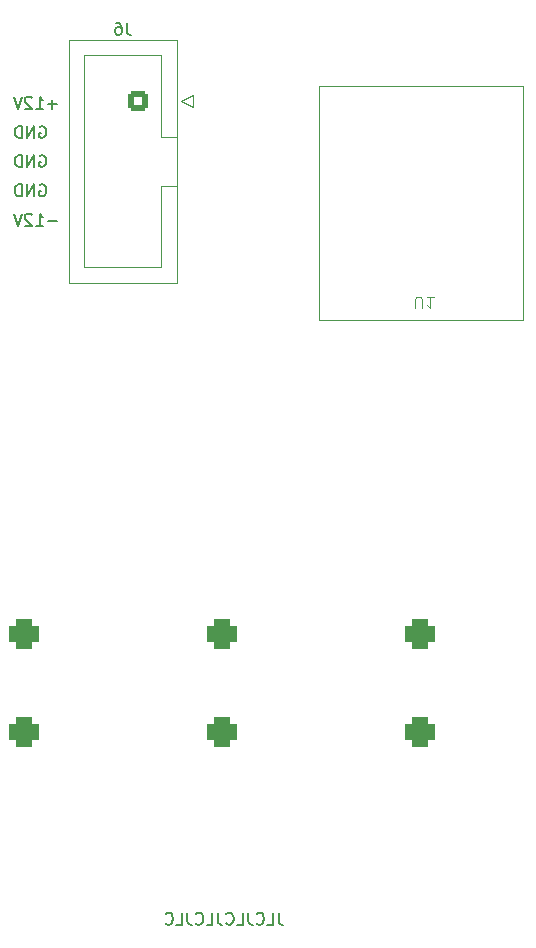
<source format=gbo>
G04 #@! TF.GenerationSoftware,KiCad,Pcbnew,7.0.7*
G04 #@! TF.CreationDate,2025-11-01T14:08:12+08:00*
G04 #@! TF.ProjectId,2144_LPF,32313434-5f4c-4504-962e-6b696361645f,rev?*
G04 #@! TF.SameCoordinates,Original*
G04 #@! TF.FileFunction,Legend,Bot*
G04 #@! TF.FilePolarity,Positive*
%FSLAX46Y46*%
G04 Gerber Fmt 4.6, Leading zero omitted, Abs format (unit mm)*
G04 Created by KiCad (PCBNEW 7.0.7) date 2025-11-01 14:08:12*
%MOMM*%
%LPD*%
G01*
G04 APERTURE LIST*
G04 Aperture macros list*
%AMRoundRect*
0 Rectangle with rounded corners*
0 $1 Rounding radius*
0 $2 $3 $4 $5 $6 $7 $8 $9 X,Y pos of 4 corners*
0 Add a 4 corners polygon primitive as box body*
4,1,4,$2,$3,$4,$5,$6,$7,$8,$9,$2,$3,0*
0 Add four circle primitives for the rounded corners*
1,1,$1+$1,$2,$3*
1,1,$1+$1,$4,$5*
1,1,$1+$1,$6,$7*
1,1,$1+$1,$8,$9*
0 Add four rect primitives between the rounded corners*
20,1,$1+$1,$2,$3,$4,$5,0*
20,1,$1+$1,$4,$5,$6,$7,0*
20,1,$1+$1,$6,$7,$8,$9,0*
20,1,$1+$1,$8,$9,$2,$3,0*%
G04 Aperture macros list end*
%ADD10C,0.150000*%
%ADD11C,0.100000*%
%ADD12C,0.120000*%
%ADD13C,3.200000*%
%ADD14R,1.750000X1.750000*%
%ADD15C,1.750000*%
%ADD16C,2.700000*%
%ADD17O,3.100000X2.300000*%
%ADD18RoundRect,0.650000X-0.650000X-0.650000X0.650000X-0.650000X0.650000X0.650000X-0.650000X0.650000X0*%
%ADD19R,1.700000X1.700000*%
%ADD20C,1.700000*%
%ADD21RoundRect,0.250000X0.600000X0.600000X-0.600000X0.600000X-0.600000X-0.600000X0.600000X-0.600000X0*%
G04 APERTURE END LIST*
D10*
X77641220Y-88134866D02*
X76879316Y-88134866D01*
X75879316Y-88515819D02*
X76450744Y-88515819D01*
X76165030Y-88515819D02*
X76165030Y-87515819D01*
X76165030Y-87515819D02*
X76260268Y-87658676D01*
X76260268Y-87658676D02*
X76355506Y-87753914D01*
X76355506Y-87753914D02*
X76450744Y-87801533D01*
X75498363Y-87611057D02*
X75450744Y-87563438D01*
X75450744Y-87563438D02*
X75355506Y-87515819D01*
X75355506Y-87515819D02*
X75117411Y-87515819D01*
X75117411Y-87515819D02*
X75022173Y-87563438D01*
X75022173Y-87563438D02*
X74974554Y-87611057D01*
X74974554Y-87611057D02*
X74926935Y-87706295D01*
X74926935Y-87706295D02*
X74926935Y-87801533D01*
X74926935Y-87801533D02*
X74974554Y-87944390D01*
X74974554Y-87944390D02*
X75545982Y-88515819D01*
X75545982Y-88515819D02*
X74926935Y-88515819D01*
X74641220Y-87515819D02*
X74307887Y-88515819D01*
X74307887Y-88515819D02*
X73974554Y-87515819D01*
X76165030Y-85086938D02*
X76260268Y-85039319D01*
X76260268Y-85039319D02*
X76403125Y-85039319D01*
X76403125Y-85039319D02*
X76545982Y-85086938D01*
X76545982Y-85086938D02*
X76641220Y-85182176D01*
X76641220Y-85182176D02*
X76688839Y-85277414D01*
X76688839Y-85277414D02*
X76736458Y-85467890D01*
X76736458Y-85467890D02*
X76736458Y-85610747D01*
X76736458Y-85610747D02*
X76688839Y-85801223D01*
X76688839Y-85801223D02*
X76641220Y-85896461D01*
X76641220Y-85896461D02*
X76545982Y-85991700D01*
X76545982Y-85991700D02*
X76403125Y-86039319D01*
X76403125Y-86039319D02*
X76307887Y-86039319D01*
X76307887Y-86039319D02*
X76165030Y-85991700D01*
X76165030Y-85991700D02*
X76117411Y-85944080D01*
X76117411Y-85944080D02*
X76117411Y-85610747D01*
X76117411Y-85610747D02*
X76307887Y-85610747D01*
X75688839Y-86039319D02*
X75688839Y-85039319D01*
X75688839Y-85039319D02*
X75117411Y-86039319D01*
X75117411Y-86039319D02*
X75117411Y-85039319D01*
X74641220Y-86039319D02*
X74641220Y-85039319D01*
X74641220Y-85039319D02*
X74403125Y-85039319D01*
X74403125Y-85039319D02*
X74260268Y-85086938D01*
X74260268Y-85086938D02*
X74165030Y-85182176D01*
X74165030Y-85182176D02*
X74117411Y-85277414D01*
X74117411Y-85277414D02*
X74069792Y-85467890D01*
X74069792Y-85467890D02*
X74069792Y-85610747D01*
X74069792Y-85610747D02*
X74117411Y-85801223D01*
X74117411Y-85801223D02*
X74165030Y-85896461D01*
X74165030Y-85896461D02*
X74260268Y-85991700D01*
X74260268Y-85991700D02*
X74403125Y-86039319D01*
X74403125Y-86039319D02*
X74641220Y-86039319D01*
X76165030Y-80133938D02*
X76260268Y-80086319D01*
X76260268Y-80086319D02*
X76403125Y-80086319D01*
X76403125Y-80086319D02*
X76545982Y-80133938D01*
X76545982Y-80133938D02*
X76641220Y-80229176D01*
X76641220Y-80229176D02*
X76688839Y-80324414D01*
X76688839Y-80324414D02*
X76736458Y-80514890D01*
X76736458Y-80514890D02*
X76736458Y-80657747D01*
X76736458Y-80657747D02*
X76688839Y-80848223D01*
X76688839Y-80848223D02*
X76641220Y-80943461D01*
X76641220Y-80943461D02*
X76545982Y-81038700D01*
X76545982Y-81038700D02*
X76403125Y-81086319D01*
X76403125Y-81086319D02*
X76307887Y-81086319D01*
X76307887Y-81086319D02*
X76165030Y-81038700D01*
X76165030Y-81038700D02*
X76117411Y-80991080D01*
X76117411Y-80991080D02*
X76117411Y-80657747D01*
X76117411Y-80657747D02*
X76307887Y-80657747D01*
X75688839Y-81086319D02*
X75688839Y-80086319D01*
X75688839Y-80086319D02*
X75117411Y-81086319D01*
X75117411Y-81086319D02*
X75117411Y-80086319D01*
X74641220Y-81086319D02*
X74641220Y-80086319D01*
X74641220Y-80086319D02*
X74403125Y-80086319D01*
X74403125Y-80086319D02*
X74260268Y-80133938D01*
X74260268Y-80133938D02*
X74165030Y-80229176D01*
X74165030Y-80229176D02*
X74117411Y-80324414D01*
X74117411Y-80324414D02*
X74069792Y-80514890D01*
X74069792Y-80514890D02*
X74069792Y-80657747D01*
X74069792Y-80657747D02*
X74117411Y-80848223D01*
X74117411Y-80848223D02*
X74165030Y-80943461D01*
X74165030Y-80943461D02*
X74260268Y-81038700D01*
X74260268Y-81038700D02*
X74403125Y-81086319D01*
X74403125Y-81086319D02*
X74641220Y-81086319D01*
X96405506Y-146697819D02*
X96405506Y-147412104D01*
X96405506Y-147412104D02*
X96453125Y-147554961D01*
X96453125Y-147554961D02*
X96548363Y-147650200D01*
X96548363Y-147650200D02*
X96691220Y-147697819D01*
X96691220Y-147697819D02*
X96786458Y-147697819D01*
X95453125Y-147697819D02*
X95929315Y-147697819D01*
X95929315Y-147697819D02*
X95929315Y-146697819D01*
X94548363Y-147602580D02*
X94595982Y-147650200D01*
X94595982Y-147650200D02*
X94738839Y-147697819D01*
X94738839Y-147697819D02*
X94834077Y-147697819D01*
X94834077Y-147697819D02*
X94976934Y-147650200D01*
X94976934Y-147650200D02*
X95072172Y-147554961D01*
X95072172Y-147554961D02*
X95119791Y-147459723D01*
X95119791Y-147459723D02*
X95167410Y-147269247D01*
X95167410Y-147269247D02*
X95167410Y-147126390D01*
X95167410Y-147126390D02*
X95119791Y-146935914D01*
X95119791Y-146935914D02*
X95072172Y-146840676D01*
X95072172Y-146840676D02*
X94976934Y-146745438D01*
X94976934Y-146745438D02*
X94834077Y-146697819D01*
X94834077Y-146697819D02*
X94738839Y-146697819D01*
X94738839Y-146697819D02*
X94595982Y-146745438D01*
X94595982Y-146745438D02*
X94548363Y-146793057D01*
X93834077Y-146697819D02*
X93834077Y-147412104D01*
X93834077Y-147412104D02*
X93881696Y-147554961D01*
X93881696Y-147554961D02*
X93976934Y-147650200D01*
X93976934Y-147650200D02*
X94119791Y-147697819D01*
X94119791Y-147697819D02*
X94215029Y-147697819D01*
X92881696Y-147697819D02*
X93357886Y-147697819D01*
X93357886Y-147697819D02*
X93357886Y-146697819D01*
X91976934Y-147602580D02*
X92024553Y-147650200D01*
X92024553Y-147650200D02*
X92167410Y-147697819D01*
X92167410Y-147697819D02*
X92262648Y-147697819D01*
X92262648Y-147697819D02*
X92405505Y-147650200D01*
X92405505Y-147650200D02*
X92500743Y-147554961D01*
X92500743Y-147554961D02*
X92548362Y-147459723D01*
X92548362Y-147459723D02*
X92595981Y-147269247D01*
X92595981Y-147269247D02*
X92595981Y-147126390D01*
X92595981Y-147126390D02*
X92548362Y-146935914D01*
X92548362Y-146935914D02*
X92500743Y-146840676D01*
X92500743Y-146840676D02*
X92405505Y-146745438D01*
X92405505Y-146745438D02*
X92262648Y-146697819D01*
X92262648Y-146697819D02*
X92167410Y-146697819D01*
X92167410Y-146697819D02*
X92024553Y-146745438D01*
X92024553Y-146745438D02*
X91976934Y-146793057D01*
X91262648Y-146697819D02*
X91262648Y-147412104D01*
X91262648Y-147412104D02*
X91310267Y-147554961D01*
X91310267Y-147554961D02*
X91405505Y-147650200D01*
X91405505Y-147650200D02*
X91548362Y-147697819D01*
X91548362Y-147697819D02*
X91643600Y-147697819D01*
X90310267Y-147697819D02*
X90786457Y-147697819D01*
X90786457Y-147697819D02*
X90786457Y-146697819D01*
X89405505Y-147602580D02*
X89453124Y-147650200D01*
X89453124Y-147650200D02*
X89595981Y-147697819D01*
X89595981Y-147697819D02*
X89691219Y-147697819D01*
X89691219Y-147697819D02*
X89834076Y-147650200D01*
X89834076Y-147650200D02*
X89929314Y-147554961D01*
X89929314Y-147554961D02*
X89976933Y-147459723D01*
X89976933Y-147459723D02*
X90024552Y-147269247D01*
X90024552Y-147269247D02*
X90024552Y-147126390D01*
X90024552Y-147126390D02*
X89976933Y-146935914D01*
X89976933Y-146935914D02*
X89929314Y-146840676D01*
X89929314Y-146840676D02*
X89834076Y-146745438D01*
X89834076Y-146745438D02*
X89691219Y-146697819D01*
X89691219Y-146697819D02*
X89595981Y-146697819D01*
X89595981Y-146697819D02*
X89453124Y-146745438D01*
X89453124Y-146745438D02*
X89405505Y-146793057D01*
X88691219Y-146697819D02*
X88691219Y-147412104D01*
X88691219Y-147412104D02*
X88738838Y-147554961D01*
X88738838Y-147554961D02*
X88834076Y-147650200D01*
X88834076Y-147650200D02*
X88976933Y-147697819D01*
X88976933Y-147697819D02*
X89072171Y-147697819D01*
X87738838Y-147697819D02*
X88215028Y-147697819D01*
X88215028Y-147697819D02*
X88215028Y-146697819D01*
X86834076Y-147602580D02*
X86881695Y-147650200D01*
X86881695Y-147650200D02*
X87024552Y-147697819D01*
X87024552Y-147697819D02*
X87119790Y-147697819D01*
X87119790Y-147697819D02*
X87262647Y-147650200D01*
X87262647Y-147650200D02*
X87357885Y-147554961D01*
X87357885Y-147554961D02*
X87405504Y-147459723D01*
X87405504Y-147459723D02*
X87453123Y-147269247D01*
X87453123Y-147269247D02*
X87453123Y-147126390D01*
X87453123Y-147126390D02*
X87405504Y-146935914D01*
X87405504Y-146935914D02*
X87357885Y-146840676D01*
X87357885Y-146840676D02*
X87262647Y-146745438D01*
X87262647Y-146745438D02*
X87119790Y-146697819D01*
X87119790Y-146697819D02*
X87024552Y-146697819D01*
X87024552Y-146697819D02*
X86881695Y-146745438D01*
X86881695Y-146745438D02*
X86834076Y-146793057D01*
X77641220Y-78228866D02*
X76879316Y-78228866D01*
X77260268Y-78609819D02*
X77260268Y-77847914D01*
X75879316Y-78609819D02*
X76450744Y-78609819D01*
X76165030Y-78609819D02*
X76165030Y-77609819D01*
X76165030Y-77609819D02*
X76260268Y-77752676D01*
X76260268Y-77752676D02*
X76355506Y-77847914D01*
X76355506Y-77847914D02*
X76450744Y-77895533D01*
X75498363Y-77705057D02*
X75450744Y-77657438D01*
X75450744Y-77657438D02*
X75355506Y-77609819D01*
X75355506Y-77609819D02*
X75117411Y-77609819D01*
X75117411Y-77609819D02*
X75022173Y-77657438D01*
X75022173Y-77657438D02*
X74974554Y-77705057D01*
X74974554Y-77705057D02*
X74926935Y-77800295D01*
X74926935Y-77800295D02*
X74926935Y-77895533D01*
X74926935Y-77895533D02*
X74974554Y-78038390D01*
X74974554Y-78038390D02*
X75545982Y-78609819D01*
X75545982Y-78609819D02*
X74926935Y-78609819D01*
X74641220Y-77609819D02*
X74307887Y-78609819D01*
X74307887Y-78609819D02*
X73974554Y-77609819D01*
X76165030Y-82610438D02*
X76260268Y-82562819D01*
X76260268Y-82562819D02*
X76403125Y-82562819D01*
X76403125Y-82562819D02*
X76545982Y-82610438D01*
X76545982Y-82610438D02*
X76641220Y-82705676D01*
X76641220Y-82705676D02*
X76688839Y-82800914D01*
X76688839Y-82800914D02*
X76736458Y-82991390D01*
X76736458Y-82991390D02*
X76736458Y-83134247D01*
X76736458Y-83134247D02*
X76688839Y-83324723D01*
X76688839Y-83324723D02*
X76641220Y-83419961D01*
X76641220Y-83419961D02*
X76545982Y-83515200D01*
X76545982Y-83515200D02*
X76403125Y-83562819D01*
X76403125Y-83562819D02*
X76307887Y-83562819D01*
X76307887Y-83562819D02*
X76165030Y-83515200D01*
X76165030Y-83515200D02*
X76117411Y-83467580D01*
X76117411Y-83467580D02*
X76117411Y-83134247D01*
X76117411Y-83134247D02*
X76307887Y-83134247D01*
X75688839Y-83562819D02*
X75688839Y-82562819D01*
X75688839Y-82562819D02*
X75117411Y-83562819D01*
X75117411Y-83562819D02*
X75117411Y-82562819D01*
X74641220Y-83562819D02*
X74641220Y-82562819D01*
X74641220Y-82562819D02*
X74403125Y-82562819D01*
X74403125Y-82562819D02*
X74260268Y-82610438D01*
X74260268Y-82610438D02*
X74165030Y-82705676D01*
X74165030Y-82705676D02*
X74117411Y-82800914D01*
X74117411Y-82800914D02*
X74069792Y-82991390D01*
X74069792Y-82991390D02*
X74069792Y-83134247D01*
X74069792Y-83134247D02*
X74117411Y-83324723D01*
X74117411Y-83324723D02*
X74165030Y-83419961D01*
X74165030Y-83419961D02*
X74260268Y-83515200D01*
X74260268Y-83515200D02*
X74403125Y-83562819D01*
X74403125Y-83562819D02*
X74641220Y-83562819D01*
D11*
X107950095Y-95538580D02*
X107950095Y-94729057D01*
X107950095Y-94729057D02*
X107997714Y-94633819D01*
X107997714Y-94633819D02*
X108045333Y-94586200D01*
X108045333Y-94586200D02*
X108140571Y-94538580D01*
X108140571Y-94538580D02*
X108331047Y-94538580D01*
X108331047Y-94538580D02*
X108426285Y-94586200D01*
X108426285Y-94586200D02*
X108473904Y-94633819D01*
X108473904Y-94633819D02*
X108521523Y-94729057D01*
X108521523Y-94729057D02*
X108521523Y-95538580D01*
X109521523Y-94538580D02*
X108950095Y-94538580D01*
X109235809Y-94538580D02*
X109235809Y-95538580D01*
X109235809Y-95538580D02*
X109140571Y-95395723D01*
X109140571Y-95395723D02*
X109045333Y-95300485D01*
X109045333Y-95300485D02*
X108950095Y-95252866D01*
D10*
X83553333Y-71354819D02*
X83553333Y-72069104D01*
X83553333Y-72069104D02*
X83600952Y-72211961D01*
X83600952Y-72211961D02*
X83696190Y-72307200D01*
X83696190Y-72307200D02*
X83839047Y-72354819D01*
X83839047Y-72354819D02*
X83934285Y-72354819D01*
X82648571Y-71354819D02*
X82839047Y-71354819D01*
X82839047Y-71354819D02*
X82934285Y-71402438D01*
X82934285Y-71402438D02*
X82981904Y-71450057D01*
X82981904Y-71450057D02*
X83077142Y-71592914D01*
X83077142Y-71592914D02*
X83124761Y-71783390D01*
X83124761Y-71783390D02*
X83124761Y-72164342D01*
X83124761Y-72164342D02*
X83077142Y-72259580D01*
X83077142Y-72259580D02*
X83029523Y-72307200D01*
X83029523Y-72307200D02*
X82934285Y-72354819D01*
X82934285Y-72354819D02*
X82743809Y-72354819D01*
X82743809Y-72354819D02*
X82648571Y-72307200D01*
X82648571Y-72307200D02*
X82600952Y-72259580D01*
X82600952Y-72259580D02*
X82553333Y-72164342D01*
X82553333Y-72164342D02*
X82553333Y-71926247D01*
X82553333Y-71926247D02*
X82600952Y-71831009D01*
X82600952Y-71831009D02*
X82648571Y-71783390D01*
X82648571Y-71783390D02*
X82743809Y-71735771D01*
X82743809Y-71735771D02*
X82934285Y-71735771D01*
X82934285Y-71735771D02*
X83029523Y-71783390D01*
X83029523Y-71783390D02*
X83077142Y-71831009D01*
X83077142Y-71831009D02*
X83124761Y-71926247D01*
D11*
X99822000Y-96520000D02*
X117094000Y-96520000D01*
X117094000Y-96520000D02*
X117094000Y-76708000D01*
X117094000Y-76708000D02*
X99822000Y-76708000D01*
X99822000Y-76708000D02*
X99822000Y-96520000D01*
D12*
X89170000Y-78500000D02*
X88170000Y-78000000D01*
X89170000Y-77500000D02*
X89170000Y-78500000D01*
X88170000Y-78000000D02*
X89170000Y-77500000D01*
X87780000Y-93370000D02*
X87780000Y-72790000D01*
X87780000Y-81030000D02*
X86470000Y-81030000D01*
X87780000Y-72790000D02*
X78660000Y-72790000D01*
X86470000Y-92070000D02*
X86470000Y-85130000D01*
X86470000Y-85130000D02*
X87780000Y-85130000D01*
X86470000Y-85130000D02*
X86470000Y-85130000D01*
X86470000Y-81030000D02*
X86470000Y-74090000D01*
X86470000Y-74090000D02*
X79970000Y-74090000D01*
X79970000Y-92070000D02*
X86470000Y-92070000D01*
X79970000Y-74090000D02*
X79970000Y-92070000D01*
X78660000Y-93370000D02*
X87780000Y-93370000D01*
X78660000Y-72790000D02*
X78660000Y-93370000D01*
%LPC*%
D13*
X116780000Y-49500000D03*
D14*
X126920000Y-59500000D03*
D15*
X123420000Y-59500000D03*
X126920000Y-118000000D03*
D16*
X120970000Y-63650000D03*
X129370000Y-64850000D03*
X129370000Y-112650000D03*
X120970000Y-113850000D03*
D17*
X125170000Y-134480000D03*
D18*
X125170000Y-123080000D03*
X125170000Y-131380000D03*
D14*
X76580000Y-59500000D03*
D15*
X73080000Y-59500000D03*
X76580000Y-118000000D03*
D16*
X70630000Y-63650000D03*
X79030000Y-64850000D03*
X79030000Y-112650000D03*
X70630000Y-113850000D03*
D13*
X83220000Y-49500000D03*
D17*
X125170000Y-150480000D03*
D18*
X125170000Y-139080000D03*
X125170000Y-147380000D03*
D14*
X93360000Y-59500000D03*
D15*
X89860000Y-59500000D03*
X93360000Y-118000000D03*
D16*
X87410000Y-63650000D03*
X95810000Y-64850000D03*
X95810000Y-112650000D03*
X87410000Y-113850000D03*
D14*
X110140000Y-59500000D03*
D15*
X106640000Y-59500000D03*
X110140000Y-118000000D03*
D16*
X104190000Y-63650000D03*
X112590000Y-64850000D03*
X112590000Y-112650000D03*
X104190000Y-113850000D03*
D17*
X91610000Y-134480000D03*
D18*
X91610000Y-123080000D03*
X91610000Y-131380000D03*
D17*
X74830000Y-134480000D03*
D18*
X74830000Y-123080000D03*
X74830000Y-131380000D03*
D17*
X108390000Y-134480000D03*
D18*
X108390000Y-123080000D03*
X108390000Y-131380000D03*
D19*
X100838000Y-95504000D03*
D20*
X100838000Y-92964000D03*
X100838000Y-90424000D03*
X100838000Y-87884000D03*
X100838000Y-85344000D03*
X100838000Y-82804000D03*
X100838000Y-80264000D03*
X100838000Y-77724000D03*
X116078000Y-77724000D03*
X116078000Y-80264000D03*
X116078000Y-82804000D03*
X116078000Y-85344000D03*
X116078000Y-87884000D03*
X116078000Y-90424000D03*
X116078000Y-92964000D03*
X116078000Y-95504000D03*
D21*
X84490000Y-78000000D03*
D20*
X81950000Y-78000000D03*
X84490000Y-80540000D03*
X81950000Y-80540000D03*
X84490000Y-83080000D03*
X81950000Y-83080000D03*
X84490000Y-85620000D03*
X81950000Y-85620000D03*
X84490000Y-88160000D03*
X81950000Y-88160000D03*
%LPD*%
M02*

</source>
